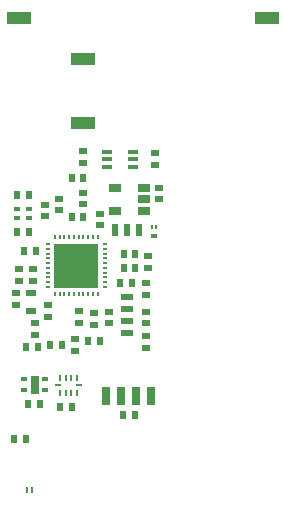
<source format=gtp>
G04*
G04 #@! TF.GenerationSoftware,Altium Limited,Altium Designer,20.2.5 (213)*
G04*
G04 Layer_Color=8421504*
%FSLAX25Y25*%
%MOIN*%
G70*
G04*
G04 #@! TF.SameCoordinates,C660A1F6-99E0-4939-AC29-5E4AD158EB90*
G04*
G04*
G04 #@! TF.FilePolarity,Positive*
G04*
G01*
G75*
%ADD12R,0.02165X0.01772*%
%ADD13R,0.01968X0.01378*%
%ADD14R,0.01968X0.01181*%
%ADD15R,0.02756X0.06299*%
%ADD16R,0.03937X0.02756*%
%ADD17R,0.00984X0.02362*%
%ADD18R,0.02362X0.00984*%
%ADD19R,0.00787X0.01575*%
%ADD20R,0.01575X0.00787*%
%ADD21R,0.14567X0.14567*%
%ADD22R,0.03543X0.01575*%
%ADD23R,0.07874X0.03937*%
%ADD24R,0.02362X0.02756*%
%ADD25R,0.02756X0.02362*%
%ADD26R,0.03937X0.01968*%
%ADD27R,0.01968X0.03937*%
%ADD28R,0.00787X0.01968*%
%ADD29R,0.03543X0.02362*%
%ADD30R,0.00709X0.01772*%
%ADD31R,0.02165X0.01772*%
%ADD32R,0.07874X0.03937*%
D12*
X-41919Y19865D02*
D03*
X-37785D02*
D03*
Y22818D02*
D03*
X-41919D02*
D03*
D13*
X-39567Y-37697D02*
D03*
Y-33760D02*
D03*
X-32480D02*
D03*
D14*
Y-37697D02*
D03*
D15*
X-36024Y-35728D02*
D03*
X2697Y-39370D02*
D03*
X-2303D02*
D03*
X-7303D02*
D03*
X-12303D02*
D03*
D16*
X-9129Y22260D02*
D03*
Y29740D02*
D03*
X320D02*
D03*
Y26000D02*
D03*
Y22260D02*
D03*
D17*
X-21752Y-33456D02*
D03*
X-23720D02*
D03*
X-25689D02*
D03*
X-27657D02*
D03*
Y-38456D02*
D03*
X-25689D02*
D03*
X-23720D02*
D03*
X-21752D02*
D03*
D18*
X-28189Y-35956D02*
D03*
X-21220D02*
D03*
D19*
X-29208Y13401D02*
D03*
X-27633D02*
D03*
X-26058D02*
D03*
X-24483D02*
D03*
X-22908D02*
D03*
X-21334D02*
D03*
X-19759D02*
D03*
X-18184D02*
D03*
X-16609D02*
D03*
X-15034D02*
D03*
X-16609Y-5496D02*
D03*
X-18184D02*
D03*
X-19759D02*
D03*
X-21334D02*
D03*
X-22908D02*
D03*
X-24483D02*
D03*
X-26058D02*
D03*
X-27633D02*
D03*
X-29208D02*
D03*
X-15034D02*
D03*
D20*
X-12672Y11039D02*
D03*
Y9465D02*
D03*
Y7890D02*
D03*
Y6315D02*
D03*
Y4740D02*
D03*
Y3165D02*
D03*
Y1591D02*
D03*
Y16D02*
D03*
Y-1559D02*
D03*
Y-3134D02*
D03*
X-31570Y3165D02*
D03*
Y4740D02*
D03*
Y6315D02*
D03*
Y11039D02*
D03*
Y9465D02*
D03*
Y7890D02*
D03*
Y-3134D02*
D03*
Y-1559D02*
D03*
Y16D02*
D03*
Y1591D02*
D03*
D21*
X-22121Y3953D02*
D03*
D22*
X-11885Y36827D02*
D03*
Y39386D02*
D03*
Y41945D02*
D03*
X-3223D02*
D03*
Y39386D02*
D03*
Y36827D02*
D03*
D23*
X41339Y86630D02*
D03*
X-41339D02*
D03*
D24*
X-3617Y-1953D02*
D03*
X-7554D02*
D03*
X-2387Y3165D02*
D03*
X-6324D02*
D03*
X-38780Y-23240D02*
D03*
X-34843D02*
D03*
X-30709Y-22638D02*
D03*
X-26772D02*
D03*
X-38780Y-53937D02*
D03*
X-42717D02*
D03*
X-6594Y-45965D02*
D03*
X-2657D02*
D03*
X-23536Y-43122D02*
D03*
X-27473D02*
D03*
X-34244Y-42340D02*
D03*
X-38181D02*
D03*
X-23647Y20142D02*
D03*
X-19710D02*
D03*
X-6373Y7890D02*
D03*
X-2436D02*
D03*
X-35630Y8858D02*
D03*
X-39567D02*
D03*
X-38005Y15189D02*
D03*
X-41942D02*
D03*
X-37993Y27370D02*
D03*
X-41930D02*
D03*
X-23647Y33219D02*
D03*
X-19710D02*
D03*
X-18231Y-21143D02*
D03*
X-14294D02*
D03*
D25*
X1107Y-15339D02*
D03*
Y-11402D02*
D03*
X-19710Y28298D02*
D03*
Y24361D02*
D03*
X-42236Y-5131D02*
D03*
Y-9068D02*
D03*
X-19710Y42077D02*
D03*
Y38140D02*
D03*
X1107Y-5890D02*
D03*
Y-1953D02*
D03*
X1107Y-23456D02*
D03*
Y-19519D02*
D03*
X1944Y7102D02*
D03*
Y3165D02*
D03*
X-14247Y21275D02*
D03*
Y17338D02*
D03*
X-27953Y22343D02*
D03*
Y26280D02*
D03*
X5438Y26000D02*
D03*
Y29937D02*
D03*
X-41043Y2756D02*
D03*
Y-1181D02*
D03*
X-36571Y2803D02*
D03*
Y-1134D02*
D03*
X-35895Y-19049D02*
D03*
Y-15112D02*
D03*
X-32425Y20313D02*
D03*
Y24250D02*
D03*
X-31471Y-9138D02*
D03*
Y-13075D02*
D03*
X-11097Y-11402D02*
D03*
Y-15339D02*
D03*
X-16215Y-11795D02*
D03*
Y-15732D02*
D03*
X-21217Y-11193D02*
D03*
Y-15130D02*
D03*
X4257Y37417D02*
D03*
Y41354D02*
D03*
X-22515Y-24492D02*
D03*
Y-20555D02*
D03*
D26*
X-5192Y-18488D02*
D03*
Y-14551D02*
D03*
Y-6677D02*
D03*
Y-10614D02*
D03*
D27*
Y15764D02*
D03*
X-1255D02*
D03*
X-9129D02*
D03*
D28*
X-36909Y-70866D02*
D03*
X-38484D02*
D03*
D29*
X-37330Y-11037D02*
D03*
Y-5131D02*
D03*
D30*
X3167Y16748D02*
D03*
X4560D02*
D03*
D31*
X3863Y13795D02*
D03*
D32*
X-19710Y51428D02*
D03*
Y72688D02*
D03*
M02*

</source>
